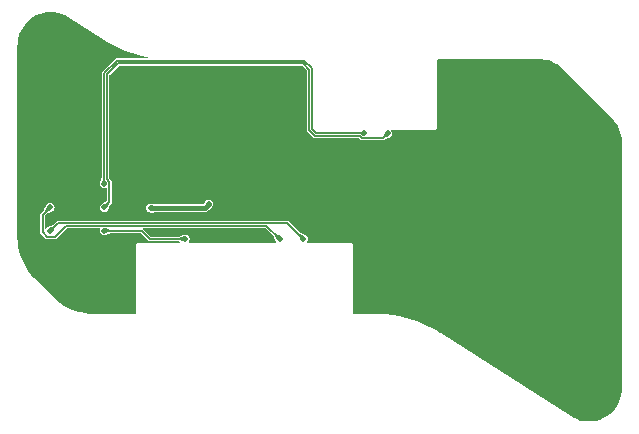
<source format=gbr>
%TF.GenerationSoftware,KiCad,Pcbnew,8.0.7*%
%TF.CreationDate,2024-12-18T08:38:47+08:00*%
%TF.ProjectId,SB-fan-board,53422d66-616e-42d6-926f-6172642e6b69,B0*%
%TF.SameCoordinates,Original*%
%TF.FileFunction,Copper,L2,Bot*%
%TF.FilePolarity,Positive*%
%FSLAX46Y46*%
G04 Gerber Fmt 4.6, Leading zero omitted, Abs format (unit mm)*
G04 Created by KiCad (PCBNEW 8.0.7) date 2024-12-18 08:38:47*
%MOMM*%
%LPD*%
G01*
G04 APERTURE LIST*
%TA.AperFunction,ComponentPad*%
%ADD10C,5.500000*%
%TD*%
%TA.AperFunction,ViaPad*%
%ADD11C,0.500000*%
%TD*%
%TA.AperFunction,Conductor*%
%ADD12C,0.127000*%
%TD*%
%TA.AperFunction,Conductor*%
%ADD13C,0.381000*%
%TD*%
G04 APERTURE END LIST*
D10*
%TO.P,H1,1,1*%
%TO.N,GND*%
X145200000Y-71200000D03*
%TD*%
%TO.P,H2,1,1*%
%TO.N,GND*%
X190780000Y-100258000D03*
%TD*%
D11*
%TO.N,/FAN0_DET*%
X145159000Y-86929000D03*
X166600000Y-87620400D03*
%TO.N,/FAN0_PWM*%
X145159000Y-84929000D03*
X164600000Y-87620400D03*
%TO.N,/FAN1_PWM*%
X149759000Y-84929000D03*
X173750000Y-78666327D03*
%TO.N,/FAN1_DET*%
X171750000Y-78666327D03*
X149759000Y-82929000D03*
%TO.N,/NEO*%
X149759000Y-86909000D03*
X156600000Y-87600000D03*
%TO.N,GND*%
X145740000Y-81440000D03*
X159220000Y-80970000D03*
X151160000Y-77850000D03*
X162520000Y-83650000D03*
X159952000Y-74079000D03*
X158428000Y-74079000D03*
X159952000Y-77127000D03*
X156690000Y-73520000D03*
X158428000Y-77127000D03*
X168420000Y-79710000D03*
X174830000Y-80210000D03*
X159190000Y-77889000D03*
X165900000Y-79640000D03*
X160410000Y-86940000D03*
X146390000Y-79680000D03*
X146290000Y-78220000D03*
X148760000Y-79880000D03*
X151950000Y-88200000D03*
X159952000Y-78651000D03*
X151090000Y-85090000D03*
X159190000Y-76365000D03*
X163800000Y-81410000D03*
X151830000Y-75110000D03*
X164320000Y-79580000D03*
X148660000Y-77850000D03*
X159190000Y-74841000D03*
X161070000Y-85300000D03*
X158428000Y-78651000D03*
X159952000Y-75603000D03*
X146680000Y-83080000D03*
X154630000Y-84160000D03*
X151260000Y-74160000D03*
X159340000Y-80100000D03*
X161050000Y-80960000D03*
X165750000Y-83370000D03*
X158428000Y-75603000D03*
X144110000Y-79910000D03*
X167670000Y-82670000D03*
%TO.N,+3V3*%
X158600000Y-84650000D03*
X153669999Y-85000001D03*
%TD*%
D12*
%TO.N,/FAN0_DET*%
X145159000Y-86929000D02*
X145822700Y-86265300D01*
X165244900Y-86265300D02*
X166600000Y-87620400D01*
X145822700Y-86265300D02*
X165244900Y-86265300D01*
%TO.N,/FAN0_PWM*%
X163473500Y-86493900D02*
X164600000Y-87620400D01*
X145159000Y-84929000D02*
X144540000Y-85548000D01*
X144540000Y-87050000D02*
X144920000Y-87430000D01*
X145560000Y-87430000D02*
X146496100Y-86493900D01*
X146496100Y-86493900D02*
X163473500Y-86493900D01*
X144540000Y-85548000D02*
X144540000Y-87050000D01*
X144920000Y-87430000D02*
X145560000Y-87430000D01*
%TO.N,/FAN1_PWM*%
X171391559Y-78894927D02*
X171578059Y-79081427D01*
X149987600Y-73655690D02*
X150894690Y-72748600D01*
X167601637Y-78894927D02*
X171391559Y-78894927D01*
X167101400Y-73264690D02*
X167101400Y-78394690D01*
X171578059Y-79081427D02*
X173334900Y-79081427D01*
X150174100Y-82757059D02*
X149987600Y-82570559D01*
X167101400Y-78394690D02*
X167601637Y-78894927D01*
X150894690Y-72748600D02*
X166585310Y-72748600D01*
X149759000Y-84929000D02*
X150174100Y-84513900D01*
X173334900Y-79081427D02*
X173750000Y-78666327D01*
X149987600Y-82570559D02*
X149987600Y-73655690D01*
X150174100Y-84513900D02*
X150174100Y-82757059D01*
X166585310Y-72748600D02*
X167101400Y-73264690D01*
%TO.N,/FAN1_DET*%
X149759000Y-82929000D02*
X149759000Y-73561000D01*
X150800000Y-72520000D02*
X166680000Y-72520000D01*
X167330000Y-73170000D02*
X167330000Y-78300000D01*
X166680000Y-72520000D02*
X167330000Y-73170000D01*
X167330000Y-78300000D02*
X167696327Y-78666327D01*
X167696327Y-78666327D02*
X171750000Y-78666327D01*
X149759000Y-73561000D02*
X150800000Y-72520000D01*
%TO.N,/NEO*%
X149759000Y-86909000D02*
X152909000Y-86909000D01*
X153600000Y-87600000D02*
X156600000Y-87600000D01*
X152909000Y-86909000D02*
X153600000Y-87600000D01*
D13*
%TO.N,+3V3*%
X158249999Y-85000001D02*
X158600000Y-84650000D01*
X153669999Y-85000001D02*
X158249999Y-85000001D01*
%TD*%
%TA.AperFunction,Conductor*%
%TO.N,GND*%
G36*
X145209485Y-68400319D02*
G01*
X145516330Y-68418211D01*
X145523294Y-68419011D01*
X145826193Y-68471191D01*
X145833031Y-68472769D01*
X146128165Y-68558578D01*
X146134783Y-68560913D01*
X146418433Y-68679268D01*
X146424744Y-68682327D01*
X146682282Y-68825589D01*
X146694749Y-68832524D01*
X146697962Y-68834439D01*
X149760048Y-70786634D01*
X149765896Y-70790362D01*
X149765924Y-70790375D01*
X149970582Y-70920832D01*
X150475758Y-71203942D01*
X150996181Y-71457940D01*
X151530173Y-71682008D01*
X152076017Y-71875423D01*
X152161773Y-71900434D01*
X152631943Y-72037562D01*
X152631955Y-72037565D01*
X153006631Y-72124118D01*
X153196191Y-72167908D01*
X153341880Y-72192956D01*
X153411368Y-72204904D01*
X153451822Y-72230433D01*
X153462374Y-72277090D01*
X153436845Y-72317544D01*
X153400778Y-72329000D01*
X150762008Y-72329000D01*
X150691808Y-72358077D01*
X150691805Y-72358079D01*
X149597079Y-73452805D01*
X149597077Y-73452808D01*
X149568000Y-73523008D01*
X149568000Y-82378140D01*
X149563243Y-82402056D01*
X149461017Y-82648866D01*
X149410072Y-82771864D01*
X149408331Y-82780574D01*
X149402733Y-82796695D01*
X149395500Y-82810890D01*
X149376794Y-82929000D01*
X149395500Y-83047108D01*
X149395500Y-83047109D01*
X149449789Y-83153655D01*
X149534345Y-83238211D01*
X149640892Y-83292500D01*
X149759000Y-83311206D01*
X149877108Y-83292500D01*
X149892225Y-83284796D01*
X149939913Y-83281044D01*
X149976288Y-83312110D01*
X149983100Y-83340485D01*
X149983100Y-84380391D01*
X149964794Y-84424585D01*
X149944519Y-84438133D01*
X149623388Y-84571156D01*
X149605702Y-84582951D01*
X149599402Y-84586640D01*
X149534344Y-84619789D01*
X149449789Y-84704344D01*
X149395500Y-84810890D01*
X149395500Y-84810891D01*
X149376794Y-84929000D01*
X149395500Y-85047108D01*
X149395500Y-85047109D01*
X149435992Y-85126578D01*
X149449789Y-85153655D01*
X149534345Y-85238211D01*
X149640892Y-85292500D01*
X149759000Y-85311206D01*
X149877108Y-85292500D01*
X149983655Y-85238211D01*
X150068211Y-85153655D01*
X150101452Y-85088414D01*
X150105156Y-85082096D01*
X150116843Y-85064609D01*
X150143605Y-85000001D01*
X153287793Y-85000001D01*
X153306499Y-85118109D01*
X153306499Y-85118110D01*
X153339795Y-85183456D01*
X153360788Y-85224656D01*
X153445344Y-85309212D01*
X153551891Y-85363501D01*
X153669999Y-85382207D01*
X153681427Y-85380396D01*
X153696064Y-85379817D01*
X153698686Y-85380022D01*
X154175339Y-85323300D01*
X154182281Y-85321264D01*
X154184801Y-85320526D01*
X154202386Y-85318001D01*
X158291863Y-85318001D01*
X158291864Y-85318001D01*
X158372743Y-85296330D01*
X158379379Y-85292499D01*
X158413111Y-85273023D01*
X158445256Y-85254464D01*
X158569039Y-85130679D01*
X158577934Y-85123299D01*
X158794651Y-84975077D01*
X158801546Y-84970985D01*
X158824655Y-84959211D01*
X158836121Y-84947743D01*
X158842718Y-84942013D01*
X158849576Y-84936850D01*
X158849580Y-84936846D01*
X158849598Y-84936833D01*
X158851243Y-84935473D01*
X158856644Y-84928183D01*
X158862658Y-84921206D01*
X158909211Y-84874655D01*
X158963500Y-84768108D01*
X158982206Y-84650000D01*
X158963500Y-84531892D01*
X158909211Y-84425345D01*
X158824655Y-84340789D01*
X158718108Y-84286500D01*
X158600000Y-84267794D01*
X158481891Y-84286500D01*
X158481890Y-84286500D01*
X158375344Y-84340789D01*
X158290789Y-84425345D01*
X158290787Y-84425346D01*
X158261261Y-84483294D01*
X158255373Y-84492686D01*
X158245056Y-84506288D01*
X158232609Y-84531892D01*
X158205994Y-84586640D01*
X158203350Y-84592078D01*
X158191337Y-84608941D01*
X158136583Y-84663695D01*
X158092392Y-84682001D01*
X154201536Y-84682001D01*
X154182185Y-84678930D01*
X154175341Y-84676701D01*
X153698696Y-84619979D01*
X153692494Y-84619422D01*
X153691098Y-84619297D01*
X153689772Y-84619216D01*
X153689771Y-84619216D01*
X153688148Y-84619300D01*
X153675165Y-84618613D01*
X153670000Y-84617795D01*
X153669999Y-84617795D01*
X153642862Y-84622093D01*
X153551890Y-84636501D01*
X153551889Y-84636501D01*
X153445343Y-84690790D01*
X153360788Y-84775345D01*
X153306499Y-84881891D01*
X153306499Y-84881892D01*
X153287793Y-85000001D01*
X150143605Y-85000001D01*
X150270019Y-84694821D01*
X150283567Y-84674547D01*
X150308115Y-84650000D01*
X150336022Y-84622093D01*
X150365100Y-84551892D01*
X150365100Y-84475908D01*
X150365100Y-82719067D01*
X150336022Y-82648866D01*
X150282293Y-82595137D01*
X150196906Y-82509750D01*
X150178600Y-82465556D01*
X150178600Y-73760693D01*
X150196906Y-73716499D01*
X150955499Y-72957906D01*
X150999693Y-72939600D01*
X166480307Y-72939600D01*
X166524501Y-72957906D01*
X166892094Y-73325498D01*
X166910400Y-73369692D01*
X166910400Y-78356698D01*
X166910400Y-78432682D01*
X166939478Y-78502883D01*
X167493444Y-79056849D01*
X167563645Y-79085927D01*
X167639629Y-79085927D01*
X171286556Y-79085927D01*
X171330750Y-79104233D01*
X171416137Y-79189620D01*
X171469866Y-79243349D01*
X171540067Y-79272427D01*
X171540069Y-79272427D01*
X173372890Y-79272427D01*
X173372892Y-79272427D01*
X173443093Y-79243349D01*
X173495547Y-79190893D01*
X173515821Y-79177346D01*
X173885609Y-79024170D01*
X173903302Y-79012369D01*
X173909572Y-79008698D01*
X173974655Y-78975538D01*
X174059211Y-78890982D01*
X174113500Y-78784435D01*
X174132206Y-78666327D01*
X174113500Y-78548219D01*
X174066192Y-78455374D01*
X174062440Y-78407687D01*
X174093506Y-78371312D01*
X174121881Y-78364500D01*
X177703999Y-78364500D01*
X177704201Y-78364520D01*
X177710288Y-78364520D01*
X177790050Y-78364520D01*
X177790052Y-78364520D01*
X177863744Y-78333996D01*
X177920146Y-78277594D01*
X177950670Y-78203902D01*
X177950670Y-72427020D01*
X177968976Y-72382826D01*
X178013170Y-72364520D01*
X186548731Y-72364520D01*
X186552015Y-72364606D01*
X186820132Y-72378713D01*
X186826196Y-72379332D01*
X187090243Y-72419354D01*
X187096218Y-72420562D01*
X187355090Y-72486189D01*
X187360924Y-72487976D01*
X187612147Y-72578582D01*
X187617780Y-72580931D01*
X187640820Y-72591890D01*
X187858941Y-72695643D01*
X187864326Y-72698536D01*
X188093123Y-72836259D01*
X188098201Y-72839664D01*
X188312450Y-72999083D01*
X188317170Y-73002968D01*
X188515721Y-73183375D01*
X188517933Y-73185485D01*
X188545241Y-73212852D01*
X188545242Y-73212852D01*
X188549358Y-73216977D01*
X188549790Y-73217332D01*
X192695237Y-77361801D01*
X192699461Y-77366870D01*
X192701041Y-77368404D01*
X192701042Y-77368405D01*
X192728308Y-77394873D01*
X192728906Y-77395462D01*
X192729329Y-77395885D01*
X192730807Y-77397414D01*
X192914517Y-77594075D01*
X192918464Y-77598738D01*
X193081256Y-77811293D01*
X193084729Y-77816318D01*
X193225999Y-78043756D01*
X193228965Y-78049096D01*
X193347358Y-78289243D01*
X193349788Y-78294847D01*
X193444174Y-78545405D01*
X193446045Y-78551220D01*
X193515518Y-78809785D01*
X193516813Y-78815755D01*
X193560714Y-79079872D01*
X193561420Y-79085940D01*
X193579360Y-79353550D01*
X193579500Y-79357730D01*
X193579500Y-100176509D01*
X193578988Y-100182057D01*
X193579492Y-100222923D01*
X193579436Y-100226457D01*
X193565664Y-100537528D01*
X193564952Y-100544564D01*
X193516411Y-100850311D01*
X193514909Y-100857221D01*
X193432139Y-101155529D01*
X193429866Y-101162225D01*
X193313929Y-101449272D01*
X193310914Y-101455669D01*
X193163290Y-101727789D01*
X193159571Y-101733804D01*
X192982157Y-101987499D01*
X192977783Y-101993055D01*
X192772850Y-102225082D01*
X192767877Y-102230109D01*
X192538036Y-102437508D01*
X192532526Y-102441941D01*
X192280733Y-102622046D01*
X192274758Y-102625828D01*
X192004230Y-102776336D01*
X191997866Y-102779419D01*
X191712072Y-102898404D01*
X191705400Y-102900748D01*
X191407982Y-102986690D01*
X191401089Y-102988266D01*
X191095880Y-103040059D01*
X191088852Y-103040846D01*
X190779740Y-103057829D01*
X190772668Y-103057817D01*
X190463615Y-103039774D01*
X190456590Y-103038963D01*
X190151557Y-102986124D01*
X190144669Y-102984525D01*
X189847557Y-102897567D01*
X189840893Y-102895200D01*
X189555498Y-102775232D01*
X189549145Y-102772127D01*
X189277556Y-102619806D01*
X189274593Y-102618035D01*
X189274224Y-102617799D01*
X189274172Y-102617726D01*
X189274155Y-102617755D01*
X189237581Y-102594429D01*
X189237499Y-102594387D01*
X178241302Y-95584163D01*
X178207672Y-95562723D01*
X178200143Y-95557923D01*
X178200141Y-95557922D01*
X178169164Y-95538174D01*
X178168956Y-95538067D01*
X178086955Y-95485800D01*
X177963504Y-95407111D01*
X177678877Y-95247605D01*
X177458343Y-95124016D01*
X176937930Y-94870029D01*
X176937925Y-94870027D01*
X176403952Y-94645972D01*
X176000722Y-94503094D01*
X175858125Y-94452567D01*
X175858110Y-94452562D01*
X175858105Y-94452561D01*
X175302208Y-94290434D01*
X174737987Y-94160096D01*
X174737985Y-94160095D01*
X174228314Y-94072467D01*
X174167277Y-94061973D01*
X173591924Y-93996381D01*
X173591919Y-93996380D01*
X173591913Y-93996380D01*
X173591909Y-93996379D01*
X173013789Y-93963531D01*
X173013785Y-93963530D01*
X172770476Y-93963512D01*
X172770444Y-93963509D01*
X172764117Y-93963509D01*
X170863000Y-93963509D01*
X170818806Y-93945203D01*
X170800500Y-93901009D01*
X170800500Y-88082847D01*
X170800500Y-88082845D01*
X170769976Y-88009153D01*
X170713574Y-87952751D01*
X170639882Y-87922227D01*
X170639881Y-87922227D01*
X166971881Y-87922227D01*
X166927687Y-87903921D01*
X166909381Y-87859727D01*
X166916193Y-87831352D01*
X166916194Y-87831351D01*
X166963500Y-87738508D01*
X166982206Y-87620400D01*
X166963500Y-87502292D01*
X166909211Y-87395745D01*
X166824655Y-87311189D01*
X166824653Y-87311187D01*
X166759436Y-87277956D01*
X166753085Y-87274234D01*
X166735610Y-87262557D01*
X166735609Y-87262556D01*
X166728562Y-87259637D01*
X166365819Y-87109377D01*
X166345544Y-87095829D01*
X165353094Y-86103379D01*
X165353093Y-86103378D01*
X165282892Y-86074300D01*
X145860692Y-86074300D01*
X145784708Y-86074300D01*
X145714508Y-86103377D01*
X145714505Y-86103379D01*
X145413455Y-86404428D01*
X145393180Y-86417976D01*
X145023388Y-86571156D01*
X145005702Y-86582951D01*
X144999402Y-86586640D01*
X144934344Y-86619789D01*
X144849788Y-86704345D01*
X144849186Y-86705528D01*
X144848508Y-86706106D01*
X144846896Y-86708326D01*
X144846362Y-86707938D01*
X144812809Y-86736591D01*
X144765121Y-86732835D01*
X144734058Y-86696458D01*
X144731000Y-86677149D01*
X144731000Y-85653002D01*
X144749305Y-85608809D01*
X144904549Y-85453564D01*
X144924819Y-85440020D01*
X145294609Y-85286843D01*
X145312302Y-85275042D01*
X145318572Y-85271371D01*
X145383655Y-85238211D01*
X145468211Y-85153655D01*
X145522500Y-85047108D01*
X145541206Y-84929000D01*
X145522500Y-84810892D01*
X145468211Y-84704345D01*
X145383655Y-84619789D01*
X145277108Y-84565500D01*
X145159000Y-84546794D01*
X145040891Y-84565500D01*
X145040890Y-84565500D01*
X144934344Y-84619789D01*
X144849789Y-84704345D01*
X144849787Y-84704346D01*
X144816562Y-84769553D01*
X144812840Y-84775904D01*
X144801156Y-84793387D01*
X144801153Y-84793392D01*
X144764436Y-84882035D01*
X144764436Y-84882036D01*
X144647975Y-85163181D01*
X144634427Y-85183456D01*
X144431807Y-85386078D01*
X144378079Y-85439805D01*
X144378077Y-85439808D01*
X144377990Y-85440019D01*
X144349000Y-85510008D01*
X144349000Y-87012008D01*
X144349000Y-87087992D01*
X144378078Y-87158193D01*
X144758078Y-87538193D01*
X144811807Y-87591922D01*
X144882008Y-87621000D01*
X144882010Y-87621000D01*
X145597990Y-87621000D01*
X145597992Y-87621000D01*
X145668193Y-87591922D01*
X146556909Y-86703206D01*
X146601103Y-86684900D01*
X149347515Y-86684900D01*
X149391709Y-86703206D01*
X149410015Y-86747400D01*
X149403203Y-86775775D01*
X149395500Y-86790890D01*
X149395500Y-86790891D01*
X149376794Y-86909000D01*
X149395500Y-87027108D01*
X149395500Y-87027109D01*
X149441968Y-87118306D01*
X149449789Y-87133655D01*
X149534345Y-87218211D01*
X149640892Y-87272500D01*
X149759000Y-87291206D01*
X149877108Y-87272500D01*
X149891336Y-87265249D01*
X149907518Y-87259639D01*
X149916143Y-87257924D01*
X150285939Y-87104756D01*
X150309856Y-87100000D01*
X152803997Y-87100000D01*
X152848191Y-87118306D01*
X153491807Y-87761922D01*
X153562008Y-87791000D01*
X153637992Y-87791000D01*
X156049144Y-87791000D01*
X156073061Y-87795757D01*
X156088095Y-87801984D01*
X156121920Y-87835808D01*
X156121921Y-87883644D01*
X156088097Y-87917469D01*
X156064178Y-87922227D01*
X152560118Y-87922227D01*
X152486427Y-87952750D01*
X152486424Y-87952752D01*
X152430025Y-88009151D01*
X152430023Y-88009154D01*
X152399500Y-88082845D01*
X152399500Y-93901000D01*
X152381194Y-93945194D01*
X152337000Y-93963500D01*
X148859827Y-93963500D01*
X148857377Y-93963452D01*
X148484539Y-93948824D01*
X148479653Y-93948440D01*
X148110322Y-93904789D01*
X148105482Y-93904023D01*
X147740721Y-93831573D01*
X147735962Y-93830433D01*
X147542471Y-93775944D01*
X147377982Y-93729622D01*
X147373321Y-93728110D01*
X147024345Y-93599564D01*
X147019816Y-93597691D01*
X146681980Y-93442197D01*
X146677613Y-93439975D01*
X146353015Y-93258500D01*
X146348834Y-93255943D01*
X146344318Y-93252931D01*
X146039435Y-93049581D01*
X146035468Y-93046704D01*
X145743198Y-92816745D01*
X145739468Y-92813566D01*
X145465242Y-92560610D01*
X145463412Y-92558851D01*
X143944481Y-91039005D01*
X143842580Y-90937042D01*
X143842579Y-90937040D01*
X143806472Y-90900912D01*
X143804785Y-90899156D01*
X143551559Y-90625067D01*
X143548374Y-90621336D01*
X143372079Y-90397593D01*
X143318188Y-90329197D01*
X143315331Y-90325264D01*
X143108743Y-90015936D01*
X143106203Y-90011788D01*
X142924534Y-89687247D01*
X142922308Y-89682876D01*
X142766661Y-89345103D01*
X142764784Y-89340570D01*
X142636105Y-88991621D01*
X142634590Y-88986955D01*
X142615398Y-88918876D01*
X142533682Y-88629003D01*
X142532537Y-88624233D01*
X142512120Y-88521544D01*
X142460010Y-88259449D01*
X142459244Y-88254609D01*
X142415550Y-87885253D01*
X142415168Y-87880408D01*
X142400558Y-87508212D01*
X142400510Y-87505761D01*
X142400510Y-71247111D01*
X142400511Y-71247094D01*
X142400510Y-71239830D01*
X142400512Y-71239828D01*
X142400510Y-71201706D01*
X142400608Y-71198201D01*
X142402750Y-71160075D01*
X142417948Y-70889560D01*
X142418735Y-70882589D01*
X142435056Y-70786635D01*
X142470270Y-70579592D01*
X142471833Y-70572753D01*
X142513856Y-70427066D01*
X142557019Y-70277425D01*
X142559339Y-70270808D01*
X142659120Y-70030241D01*
X142677099Y-69986894D01*
X142680133Y-69980603D01*
X142828985Y-69711675D01*
X142832720Y-69705741D01*
X143010779Y-69455204D01*
X143015143Y-69449741D01*
X143220180Y-69220735D01*
X143225129Y-69215796D01*
X143454549Y-69011221D01*
X143460019Y-69006869D01*
X143710925Y-68829306D01*
X143716846Y-68825597D01*
X143986084Y-68677281D01*
X143992381Y-68674260D01*
X144276545Y-68557067D01*
X144283158Y-68554765D01*
X144578651Y-68470175D01*
X144585483Y-68468628D01*
X144888597Y-68417700D01*
X144895567Y-68416928D01*
X145202496Y-68400305D01*
X145209485Y-68400319D01*
G37*
%TD.AperFunction*%
%TA.AperFunction,Conductor*%
G36*
X163412691Y-86703206D02*
G01*
X164075429Y-87365944D01*
X164088977Y-87386219D01*
X164242154Y-87756006D01*
X164253949Y-87773694D01*
X164257636Y-87779992D01*
X164283806Y-87831351D01*
X164287560Y-87879039D01*
X164256495Y-87915414D01*
X164228119Y-87922227D01*
X156960984Y-87922227D01*
X156916790Y-87903921D01*
X156898484Y-87859727D01*
X156908246Y-87829683D01*
X156906978Y-87829037D01*
X156909211Y-87824655D01*
X156963500Y-87718108D01*
X156982206Y-87600000D01*
X156963500Y-87481892D01*
X156909211Y-87375345D01*
X156824655Y-87290789D01*
X156718108Y-87236500D01*
X156600000Y-87217794D01*
X156481891Y-87236500D01*
X156467667Y-87243748D01*
X156451489Y-87249358D01*
X156442857Y-87251075D01*
X156073056Y-87404243D01*
X156049139Y-87409000D01*
X153705003Y-87409000D01*
X153660809Y-87390694D01*
X153061709Y-86791594D01*
X153043403Y-86747400D01*
X153061709Y-86703206D01*
X153105903Y-86684900D01*
X163368497Y-86684900D01*
X163412691Y-86703206D01*
G37*
%TD.AperFunction*%
%TD*%
%TA.AperFunction,Conductor*%
%TO.N,/FAN0_PWM*%
G36*
X145155177Y-84926436D02*
G01*
X145161531Y-84932744D01*
X145250249Y-85149184D01*
X145250217Y-85158138D01*
X145243902Y-85164430D01*
X144857570Y-85324461D01*
X144848615Y-85324461D01*
X144844819Y-85321925D01*
X144766074Y-85243180D01*
X144762647Y-85234907D01*
X144763538Y-85230429D01*
X144886849Y-84932744D01*
X144923569Y-84844096D01*
X144929901Y-84837766D01*
X144938813Y-84837749D01*
X145155177Y-84926436D01*
G37*
%TD.AperFunction*%
%TD*%
%TA.AperFunction,Conductor*%
%TO.N,/FAN1_DET*%
G36*
X171658829Y-78446109D02*
G01*
X171749109Y-78661810D01*
X171749142Y-78670764D01*
X171749109Y-78670844D01*
X171658829Y-78886544D01*
X171652473Y-78892853D01*
X171643559Y-78892836D01*
X171611744Y-78879658D01*
X171607948Y-78877122D01*
X171485365Y-78754539D01*
X171485364Y-78754538D01*
X171485362Y-78754537D01*
X171424501Y-78729327D01*
X171424499Y-78729327D01*
X171261700Y-78729327D01*
X171253427Y-78725900D01*
X171250000Y-78717627D01*
X171250000Y-78610644D01*
X171253427Y-78602371D01*
X171257221Y-78599835D01*
X171643561Y-78439817D01*
X171652514Y-78439817D01*
X171658829Y-78446109D01*
G37*
%TD.AperFunction*%
%TD*%
%TA.AperFunction,Conductor*%
%TO.N,/FAN0_DET*%
G36*
X145473180Y-86536074D02*
G01*
X145551925Y-86614819D01*
X145555352Y-86623092D01*
X145554461Y-86627570D01*
X145394430Y-87013902D01*
X145388098Y-87020233D01*
X145379184Y-87020249D01*
X145162822Y-86931563D01*
X145156468Y-86925255D01*
X145067749Y-86708813D01*
X145067782Y-86699861D01*
X145074096Y-86693569D01*
X145460429Y-86533538D01*
X145469384Y-86533538D01*
X145473180Y-86536074D01*
G37*
%TD.AperFunction*%
%TD*%
%TA.AperFunction,Conductor*%
%TO.N,/FAN1_DET*%
G36*
X149818573Y-82432427D02*
G01*
X149822000Y-82440700D01*
X149822000Y-82603501D01*
X149847210Y-82664362D01*
X149847212Y-82664365D01*
X149969795Y-82786948D01*
X149972331Y-82790744D01*
X149985509Y-82822559D01*
X149985509Y-82831513D01*
X149979217Y-82837829D01*
X149763517Y-82928109D01*
X149754563Y-82928142D01*
X149754483Y-82928109D01*
X149538782Y-82837829D01*
X149532473Y-82831473D01*
X149532489Y-82822561D01*
X149692508Y-82436222D01*
X149698839Y-82429891D01*
X149703317Y-82429000D01*
X149810300Y-82429000D01*
X149818573Y-82432427D01*
G37*
%TD.AperFunction*%
%TD*%
%TA.AperFunction,Conductor*%
%TO.N,/FAN0_DET*%
G36*
X166298570Y-87224938D02*
G01*
X166684902Y-87384969D01*
X166691233Y-87391301D01*
X166691250Y-87400216D01*
X166602564Y-87616576D01*
X166596255Y-87622931D01*
X166596176Y-87622964D01*
X166465303Y-87676608D01*
X166379897Y-87711617D01*
X166379816Y-87711650D01*
X166370861Y-87711617D01*
X166364569Y-87705302D01*
X166204538Y-87318970D01*
X166204538Y-87310015D01*
X166207071Y-87306222D01*
X166285820Y-87227473D01*
X166294092Y-87224047D01*
X166298570Y-87224938D01*
G37*
%TD.AperFunction*%
%TD*%
%TA.AperFunction,Conductor*%
%TO.N,/FAN1_PWM*%
G36*
X150073180Y-84536074D02*
G01*
X150151925Y-84614819D01*
X150155352Y-84623092D01*
X150154461Y-84627570D01*
X149994430Y-85013902D01*
X149988098Y-85020233D01*
X149979184Y-85020249D01*
X149762822Y-84931563D01*
X149756468Y-84925255D01*
X149667749Y-84708813D01*
X149667782Y-84699861D01*
X149674096Y-84693569D01*
X150060429Y-84533538D01*
X150069384Y-84533538D01*
X150073180Y-84536074D01*
G37*
%TD.AperFunction*%
%TD*%
%TA.AperFunction,Conductor*%
%TO.N,+3V3*%
G36*
X158379201Y-84558523D02*
G01*
X158598824Y-84649102D01*
X158602658Y-84651667D01*
X158766863Y-84816807D01*
X158770266Y-84825090D01*
X158766816Y-84833354D01*
X158765171Y-84834714D01*
X158263279Y-85177981D01*
X158254516Y-85179823D01*
X158247017Y-85174929D01*
X158244974Y-85168324D01*
X158244974Y-84812193D01*
X158246152Y-84807077D01*
X158321708Y-84651667D01*
X158364219Y-84564223D01*
X158370918Y-84558282D01*
X158379201Y-84558523D01*
G37*
%TD.AperFunction*%
%TD*%
%TA.AperFunction,Conductor*%
%TO.N,/NEO*%
G36*
X156508829Y-87379782D02*
G01*
X156599109Y-87595483D01*
X156599142Y-87604437D01*
X156599109Y-87604517D01*
X156508829Y-87820217D01*
X156502473Y-87826526D01*
X156493559Y-87826509D01*
X156107223Y-87666491D01*
X156100891Y-87660160D01*
X156100000Y-87655682D01*
X156100000Y-87544317D01*
X156103427Y-87536044D01*
X156107221Y-87533508D01*
X156493561Y-87373490D01*
X156502514Y-87373490D01*
X156508829Y-87379782D01*
G37*
%TD.AperFunction*%
%TD*%
%TA.AperFunction,Conductor*%
%TO.N,/FAN0_PWM*%
G36*
X164298570Y-87224938D02*
G01*
X164684902Y-87384969D01*
X164691233Y-87391301D01*
X164691250Y-87400216D01*
X164602564Y-87616576D01*
X164596255Y-87622931D01*
X164596176Y-87622964D01*
X164465303Y-87676608D01*
X164379897Y-87711617D01*
X164379816Y-87711650D01*
X164370861Y-87711617D01*
X164364569Y-87705302D01*
X164204538Y-87318970D01*
X164204538Y-87310015D01*
X164207071Y-87306222D01*
X164285820Y-87227473D01*
X164294092Y-87224047D01*
X164298570Y-87224938D01*
G37*
%TD.AperFunction*%
%TD*%
%TA.AperFunction,Conductor*%
%TO.N,/NEO*%
G36*
X149865438Y-86682489D02*
G01*
X150251777Y-86842508D01*
X150258109Y-86848839D01*
X150259000Y-86853317D01*
X150259000Y-86964682D01*
X150255573Y-86972955D01*
X150251777Y-86975491D01*
X149865440Y-87135509D01*
X149856485Y-87135509D01*
X149850170Y-87129217D01*
X149785829Y-86975491D01*
X149759889Y-86913515D01*
X149759857Y-86904563D01*
X149850171Y-86688780D01*
X149856526Y-86682473D01*
X149865438Y-86682489D01*
G37*
%TD.AperFunction*%
%TD*%
%TA.AperFunction,Conductor*%
%TO.N,/FAN1_PWM*%
G36*
X173746177Y-78663763D02*
G01*
X173752531Y-78670071D01*
X173841249Y-78886511D01*
X173841217Y-78895465D01*
X173834902Y-78901757D01*
X173448570Y-79061788D01*
X173439615Y-79061788D01*
X173435819Y-79059252D01*
X173357074Y-78980507D01*
X173353647Y-78972234D01*
X173354538Y-78967756D01*
X173477849Y-78670071D01*
X173514569Y-78581423D01*
X173520901Y-78575093D01*
X173529813Y-78575076D01*
X173746177Y-78663763D01*
G37*
%TD.AperFunction*%
%TD*%
%TA.AperFunction,Conductor*%
%TO.N,+3V3*%
G36*
X153683019Y-84751550D02*
G01*
X154159682Y-84808273D01*
X154167492Y-84812653D01*
X154169999Y-84819891D01*
X154169999Y-85180110D01*
X154166572Y-85188383D01*
X154159682Y-85191728D01*
X153683029Y-85248450D01*
X153674408Y-85246025D01*
X153670028Y-85238215D01*
X153669946Y-85236887D01*
X153668999Y-85000001D01*
X153669946Y-84763120D01*
X153673406Y-84754863D01*
X153681693Y-84751469D01*
X153683019Y-84751550D01*
G37*
%TD.AperFunction*%
%TD*%
M02*

</source>
